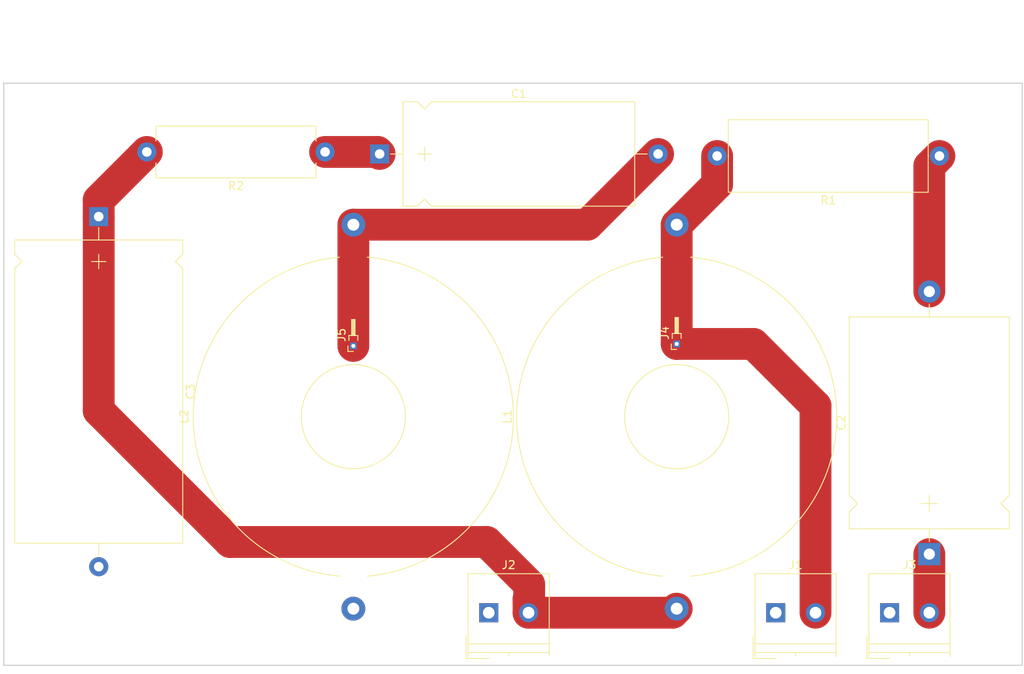
<source format=kicad_pcb>
(kicad_pcb (version 20171130) (host pcbnew 5.0.2-bee76a0~70~ubuntu18.04.1)

  (general
    (thickness 1.6)
    (drawings 6)
    (tracks 25)
    (zones 0)
    (modules 12)
    (nets 8)
  )

  (page A4)
  (layers
    (0 F.Cu signal)
    (31 B.Cu signal)
    (32 B.Adhes user)
    (33 F.Adhes user)
    (34 B.Paste user)
    (35 F.Paste user)
    (36 B.SilkS user)
    (37 F.SilkS user)
    (38 B.Mask user)
    (39 F.Mask user)
    (40 Dwgs.User user)
    (41 Cmts.User user)
    (42 Eco1.User user)
    (43 Eco2.User user)
    (44 Edge.Cuts user)
    (45 Margin user)
    (46 B.CrtYd user)
    (47 F.CrtYd user)
    (48 B.Fab user)
    (49 F.Fab user)
  )

  (setup
    (last_trace_width 1)
    (user_trace_width 1)
    (user_trace_width 2)
    (user_trace_width 3)
    (user_trace_width 4)
    (user_trace_width 5)
    (user_trace_width 6)
    (trace_clearance 0.2)
    (zone_clearance 0.508)
    (zone_45_only no)
    (trace_min 0.2)
    (segment_width 0.2)
    (edge_width 0.15)
    (via_size 0.6)
    (via_drill 0.4)
    (via_min_size 0.4)
    (via_min_drill 0.3)
    (uvia_size 0.3)
    (uvia_drill 0.1)
    (uvias_allowed no)
    (uvia_min_size 0.2)
    (uvia_min_drill 0.1)
    (pcb_text_width 0.3)
    (pcb_text_size 1.5 1.5)
    (mod_edge_width 0.15)
    (mod_text_size 1 1)
    (mod_text_width 0.15)
    (pad_size 3 3)
    (pad_drill 1.5)
    (pad_to_mask_clearance 0.2)
    (solder_mask_min_width 0.25)
    (aux_axis_origin 0 0)
    (visible_elements FFFFFF7F)
    (pcbplotparams
      (layerselection 0x01030_ffffffff)
      (usegerberextensions false)
      (usegerberattributes false)
      (usegerberadvancedattributes false)
      (creategerberjobfile false)
      (excludeedgelayer true)
      (linewidth 0.100000)
      (plotframeref false)
      (viasonmask false)
      (mode 1)
      (useauxorigin false)
      (hpglpennumber 1)
      (hpglpenspeed 20)
      (hpglpendiameter 15.000000)
      (psnegative false)
      (psa4output false)
      (plotreference true)
      (plotvalue true)
      (plotinvisibletext false)
      (padsonsilk false)
      (subtractmaskfromsilk false)
      (outputformat 1)
      (mirror false)
      (drillshape 0)
      (scaleselection 1)
      (outputdirectory ""))
  )

  (net 0 "")
  (net 1 "Net-(C1-Pad1)")
  (net 2 "Net-(C2-Pad1)")
  (net 3 "Net-(C2-Pad2)")
  (net 4 "Net-(C3-Pad1)")
  (net 5 "Net-(J1-Pad2)")
  (net 6 "Net-(C1-Pad2)")
  (net 7 GND)

  (net_class Default "This is the default net class."
    (clearance 0.2)
    (trace_width 0.25)
    (via_dia 0.6)
    (via_drill 0.4)
    (uvia_dia 0.3)
    (uvia_drill 0.1)
    (add_net GND)
    (add_net "Net-(C1-Pad1)")
    (add_net "Net-(C1-Pad2)")
    (add_net "Net-(C2-Pad1)")
    (add_net "Net-(C2-Pad2)")
    (add_net "Net-(C3-Pad1)")
    (add_net "Net-(J1-Pad2)")
  )

  (module Capacitors_THT:CP_Axial_L29.0mm_D13.0mm_P35.00mm_Horizontal (layer F.Cu) (tedit 597BC7C3) (tstamp 5C5C9BB1)
    (at 176.784 43.688)
    (descr "CP, Axial series, Axial, Horizontal, pin pitch=35mm, , length*diameter=29*13mm^2, Electrolytic Capacitor, , http://www.kemet.com/Lists/ProductCatalog/Attachments/424/KEM_AC102.pdf")
    (tags "CP Axial series Axial Horizontal pin pitch 35mm  length 29mm diameter 13mm Electrolytic Capacitor")
    (path /5C5C9D1E)
    (fp_text reference C1 (at 17.5 -7.56) (layer F.SilkS)
      (effects (font (size 1 1) (thickness 0.15)))
    )
    (fp_text value 33uF (at 17.5 7.56) (layer F.Fab)
      (effects (font (size 1 1) (thickness 0.15)))
    )
    (fp_line (start 3 -6.5) (end 3 6.5) (layer F.Fab) (width 0.1))
    (fp_line (start 32 -6.5) (end 32 6.5) (layer F.Fab) (width 0.1))
    (fp_line (start 3 -6.5) (end 4.74 -6.5) (layer F.Fab) (width 0.1))
    (fp_line (start 4.74 -6.5) (end 5.64 -5.6) (layer F.Fab) (width 0.1))
    (fp_line (start 5.64 -5.6) (end 6.54 -6.5) (layer F.Fab) (width 0.1))
    (fp_line (start 6.54 -6.5) (end 32 -6.5) (layer F.Fab) (width 0.1))
    (fp_line (start 3 6.5) (end 4.74 6.5) (layer F.Fab) (width 0.1))
    (fp_line (start 4.74 6.5) (end 5.64 5.6) (layer F.Fab) (width 0.1))
    (fp_line (start 5.64 5.6) (end 6.54 6.5) (layer F.Fab) (width 0.1))
    (fp_line (start 6.54 6.5) (end 32 6.5) (layer F.Fab) (width 0.1))
    (fp_line (start 0 0) (end 3 0) (layer F.Fab) (width 0.1))
    (fp_line (start 35 0) (end 32 0) (layer F.Fab) (width 0.1))
    (fp_line (start 4.75 0) (end 6.55 0) (layer F.Fab) (width 0.1))
    (fp_line (start 5.65 -0.9) (end 5.65 0.9) (layer F.Fab) (width 0.1))
    (fp_line (start 4.75 0) (end 6.55 0) (layer F.SilkS) (width 0.12))
    (fp_line (start 5.65 -0.9) (end 5.65 0.9) (layer F.SilkS) (width 0.12))
    (fp_line (start 2.94 -6.56) (end 2.94 6.56) (layer F.SilkS) (width 0.12))
    (fp_line (start 32.06 -6.56) (end 32.06 6.56) (layer F.SilkS) (width 0.12))
    (fp_line (start 2.94 -6.56) (end 4.74 -6.56) (layer F.SilkS) (width 0.12))
    (fp_line (start 4.74 -6.56) (end 5.64 -5.66) (layer F.SilkS) (width 0.12))
    (fp_line (start 5.64 -5.66) (end 6.54 -6.56) (layer F.SilkS) (width 0.12))
    (fp_line (start 6.54 -6.56) (end 32.06 -6.56) (layer F.SilkS) (width 0.12))
    (fp_line (start 2.94 6.56) (end 4.74 6.56) (layer F.SilkS) (width 0.12))
    (fp_line (start 4.74 6.56) (end 5.64 5.66) (layer F.SilkS) (width 0.12))
    (fp_line (start 5.64 5.66) (end 6.54 6.56) (layer F.SilkS) (width 0.12))
    (fp_line (start 6.54 6.56) (end 32.06 6.56) (layer F.SilkS) (width 0.12))
    (fp_line (start 1.38 0) (end 2.94 0) (layer F.SilkS) (width 0.12))
    (fp_line (start 33.62 0) (end 32.06 0) (layer F.SilkS) (width 0.12))
    (fp_line (start -1.45 -6.85) (end -1.45 6.85) (layer F.CrtYd) (width 0.05))
    (fp_line (start -1.45 6.85) (end 36.45 6.85) (layer F.CrtYd) (width 0.05))
    (fp_line (start 36.45 6.85) (end 36.45 -6.85) (layer F.CrtYd) (width 0.05))
    (fp_line (start 36.45 -6.85) (end -1.45 -6.85) (layer F.CrtYd) (width 0.05))
    (fp_text user %R (at 17.5 0) (layer F.Fab)
      (effects (font (size 1 1) (thickness 0.15)))
    )
    (pad 1 thru_hole rect (at 0 0) (size 2.4 2.4) (drill 1.2) (layers *.Cu *.Mask)
      (net 1 "Net-(C1-Pad1)"))
    (pad 2 thru_hole oval (at 35 0) (size 2.4 2.4) (drill 1.2) (layers *.Cu *.Mask)
      (net 6 "Net-(C1-Pad2)"))
    (model ${KISYS3DMOD}/Capacitors_THT.3dshapes/CP_Axial_L29.0mm_D13.0mm_P35.00mm_Horizontal.wrl
      (at (xyz 0 0 0))
      (scale (xyz 1 1 1))
      (rotate (xyz 0 0 0))
    )
  )

  (module Capacitors_THT:CP_Axial_L26.5mm_D20.0mm_P33.00mm_Horizontal (layer F.Cu) (tedit 597BC7C3) (tstamp 5C5C9BB7)
    (at 245.872 93.98 90)
    (descr "CP, Axial series, Axial, Horizontal, pin pitch=33mm, , length*diameter=26.5*20mm^2, Electrolytic Capacitor, , http://www.kemet.com/Lists/ProductCatalog/Attachments/424/KEM_AC102.pdf")
    (tags "CP Axial series Axial Horizontal pin pitch 33mm  length 26.5mm diameter 20mm Electrolytic Capacitor")
    (path /5C5CA0B5)
    (fp_text reference C2 (at 16.5 -11.06 90) (layer F.SilkS)
      (effects (font (size 1 1) (thickness 0.15)))
    )
    (fp_text value 6.8uF (at 16.5 11.06 90) (layer F.Fab)
      (effects (font (size 1 1) (thickness 0.15)))
    )
    (fp_line (start 3.25 -10) (end 3.25 10) (layer F.Fab) (width 0.1))
    (fp_line (start 29.75 -10) (end 29.75 10) (layer F.Fab) (width 0.1))
    (fp_line (start 3.25 -10) (end 5.29 -10) (layer F.Fab) (width 0.1))
    (fp_line (start 5.29 -10) (end 6.34 -8.95) (layer F.Fab) (width 0.1))
    (fp_line (start 6.34 -8.95) (end 7.39 -10) (layer F.Fab) (width 0.1))
    (fp_line (start 7.39 -10) (end 29.75 -10) (layer F.Fab) (width 0.1))
    (fp_line (start 3.25 10) (end 5.29 10) (layer F.Fab) (width 0.1))
    (fp_line (start 5.29 10) (end 6.34 8.95) (layer F.Fab) (width 0.1))
    (fp_line (start 6.34 8.95) (end 7.39 10) (layer F.Fab) (width 0.1))
    (fp_line (start 7.39 10) (end 29.75 10) (layer F.Fab) (width 0.1))
    (fp_line (start 0 0) (end 3.25 0) (layer F.Fab) (width 0.1))
    (fp_line (start 33 0) (end 29.75 0) (layer F.Fab) (width 0.1))
    (fp_line (start 5.3 0) (end 7.4 0) (layer F.Fab) (width 0.1))
    (fp_line (start 6.35 -1.05) (end 6.35 1.05) (layer F.Fab) (width 0.1))
    (fp_line (start 5.3 0) (end 7.4 0) (layer F.SilkS) (width 0.12))
    (fp_line (start 6.35 -1.05) (end 6.35 1.05) (layer F.SilkS) (width 0.12))
    (fp_line (start 3.19 -10.06) (end 3.19 10.06) (layer F.SilkS) (width 0.12))
    (fp_line (start 29.81 -10.06) (end 29.81 10.06) (layer F.SilkS) (width 0.12))
    (fp_line (start 3.19 -10.06) (end 5.29 -10.06) (layer F.SilkS) (width 0.12))
    (fp_line (start 5.29 -10.06) (end 6.34 -9.01) (layer F.SilkS) (width 0.12))
    (fp_line (start 6.34 -9.01) (end 7.39 -10.06) (layer F.SilkS) (width 0.12))
    (fp_line (start 7.39 -10.06) (end 29.81 -10.06) (layer F.SilkS) (width 0.12))
    (fp_line (start 3.19 10.06) (end 5.29 10.06) (layer F.SilkS) (width 0.12))
    (fp_line (start 5.29 10.06) (end 6.34 9.01) (layer F.SilkS) (width 0.12))
    (fp_line (start 6.34 9.01) (end 7.39 10.06) (layer F.SilkS) (width 0.12))
    (fp_line (start 7.39 10.06) (end 29.81 10.06) (layer F.SilkS) (width 0.12))
    (fp_line (start 1.58 0) (end 3.19 0) (layer F.SilkS) (width 0.12))
    (fp_line (start 31.42 0) (end 29.81 0) (layer F.SilkS) (width 0.12))
    (fp_line (start -1.65 -10.35) (end -1.65 10.35) (layer F.CrtYd) (width 0.05))
    (fp_line (start -1.65 10.35) (end 34.65 10.35) (layer F.CrtYd) (width 0.05))
    (fp_line (start 34.65 10.35) (end 34.65 -10.35) (layer F.CrtYd) (width 0.05))
    (fp_line (start 34.65 -10.35) (end -1.65 -10.35) (layer F.CrtYd) (width 0.05))
    (fp_text user %R (at 16.5 0 90) (layer F.Fab)
      (effects (font (size 1 1) (thickness 0.15)))
    )
    (pad 1 thru_hole rect (at 0 0 90) (size 2.8 2.8) (drill 1.4) (layers *.Cu *.Mask)
      (net 2 "Net-(C2-Pad1)"))
    (pad 2 thru_hole oval (at 33 0 90) (size 2.8 2.8) (drill 1.4) (layers *.Cu *.Mask)
      (net 3 "Net-(C2-Pad2)"))
    (model ${KISYS3DMOD}/Capacitors_THT.3dshapes/CP_Axial_L26.5mm_D20.0mm_P33.00mm_Horizontal.wrl
      (at (xyz 0 0 0))
      (scale (xyz 1 1 1))
      (rotate (xyz 0 0 0))
    )
  )

  (module Capacitors_THT:CP_Axial_L38.0mm_D21.0mm_P44.00mm_Horizontal (layer F.Cu) (tedit 597BC7C3) (tstamp 5C5C9BBD)
    (at 141.478 51.562 270)
    (descr "CP, Axial series, Axial, Horizontal, pin pitch=44mm, , length*diameter=38*21mm^2, Electrolytic Capacitor, , http://www.vishay.com/docs/28325/021asm.pdf")
    (tags "CP Axial series Axial Horizontal pin pitch 44mm  length 38mm diameter 21mm Electrolytic Capacitor")
    (path /5C5C9EED)
    (fp_text reference C3 (at 22 -11.56 270) (layer F.SilkS)
      (effects (font (size 1 1) (thickness 0.15)))
    )
    (fp_text value 12uF (at 22 11.56 270) (layer F.Fab)
      (effects (font (size 1 1) (thickness 0.15)))
    )
    (fp_line (start 3 -10.5) (end 3 10.5) (layer F.Fab) (width 0.1))
    (fp_line (start 41 -10.5) (end 41 10.5) (layer F.Fab) (width 0.1))
    (fp_line (start 3 -10.5) (end 4.74 -10.5) (layer F.Fab) (width 0.1))
    (fp_line (start 4.74 -10.5) (end 5.64 -9.6) (layer F.Fab) (width 0.1))
    (fp_line (start 5.64 -9.6) (end 6.54 -10.5) (layer F.Fab) (width 0.1))
    (fp_line (start 6.54 -10.5) (end 41 -10.5) (layer F.Fab) (width 0.1))
    (fp_line (start 3 10.5) (end 4.74 10.5) (layer F.Fab) (width 0.1))
    (fp_line (start 4.74 10.5) (end 5.64 9.6) (layer F.Fab) (width 0.1))
    (fp_line (start 5.64 9.6) (end 6.54 10.5) (layer F.Fab) (width 0.1))
    (fp_line (start 6.54 10.5) (end 41 10.5) (layer F.Fab) (width 0.1))
    (fp_line (start 0 0) (end 3 0) (layer F.Fab) (width 0.1))
    (fp_line (start 44 0) (end 41 0) (layer F.Fab) (width 0.1))
    (fp_line (start 4.75 0) (end 6.55 0) (layer F.Fab) (width 0.1))
    (fp_line (start 5.65 -0.9) (end 5.65 0.9) (layer F.Fab) (width 0.1))
    (fp_line (start 4.75 0) (end 6.55 0) (layer F.SilkS) (width 0.12))
    (fp_line (start 5.65 -0.9) (end 5.65 0.9) (layer F.SilkS) (width 0.12))
    (fp_line (start 2.94 -10.56) (end 2.94 10.56) (layer F.SilkS) (width 0.12))
    (fp_line (start 41.06 -10.56) (end 41.06 10.56) (layer F.SilkS) (width 0.12))
    (fp_line (start 2.94 -10.56) (end 4.74 -10.56) (layer F.SilkS) (width 0.12))
    (fp_line (start 4.74 -10.56) (end 5.64 -9.66) (layer F.SilkS) (width 0.12))
    (fp_line (start 5.64 -9.66) (end 6.54 -10.56) (layer F.SilkS) (width 0.12))
    (fp_line (start 6.54 -10.56) (end 41.06 -10.56) (layer F.SilkS) (width 0.12))
    (fp_line (start 2.94 10.56) (end 4.74 10.56) (layer F.SilkS) (width 0.12))
    (fp_line (start 4.74 10.56) (end 5.64 9.66) (layer F.SilkS) (width 0.12))
    (fp_line (start 5.64 9.66) (end 6.54 10.56) (layer F.SilkS) (width 0.12))
    (fp_line (start 6.54 10.56) (end 41.06 10.56) (layer F.SilkS) (width 0.12))
    (fp_line (start 1.38 0) (end 2.94 0) (layer F.SilkS) (width 0.12))
    (fp_line (start 42.62 0) (end 41.06 0) (layer F.SilkS) (width 0.12))
    (fp_line (start -1.45 -10.85) (end -1.45 10.85) (layer F.CrtYd) (width 0.05))
    (fp_line (start -1.45 10.85) (end 45.45 10.85) (layer F.CrtYd) (width 0.05))
    (fp_line (start 45.45 10.85) (end 45.45 -10.85) (layer F.CrtYd) (width 0.05))
    (fp_line (start 45.45 -10.85) (end -1.45 -10.85) (layer F.CrtYd) (width 0.05))
    (fp_text user %R (at 22 0 270) (layer F.Fab)
      (effects (font (size 1 1) (thickness 0.15)))
    )
    (pad 1 thru_hole rect (at 0 0 270) (size 2.4 2.4) (drill 1.2) (layers *.Cu *.Mask)
      (net 4 "Net-(C3-Pad1)"))
    (pad 2 thru_hole oval (at 44 0 270) (size 2.4 2.4) (drill 1.2) (layers *.Cu *.Mask)
      (net 7 GND))
    (model ${KISYS3DMOD}/Capacitors_THT.3dshapes/CP_Axial_L38.0mm_D21.0mm_P44.00mm_Horizontal.wrl
      (at (xyz 0 0 0))
      (scale (xyz 1 1 1))
      (rotate (xyz 0 0 0))
    )
  )

  (module Resistors_THT:R_Axial_Power_L25.0mm_W9.0mm_P27.94mm (layer F.Cu) (tedit 5874F706) (tstamp 5C5C9BE7)
    (at 247.142 43.942 180)
    (descr "Resistor, Axial_Power series, Axial, Horizontal, pin pitch=27.94mm, 7W, length*diameter=25*9mm^2, http://cdn-reichelt.de/documents/datenblatt/B400/5WAXIAL_9WAXIAL_11WAXIAL_17WAXIAL%23YAG.pdf")
    (tags "Resistor Axial_Power series Axial Horizontal pin pitch 27.94mm 7W length 25mm diameter 9mm")
    (path /5C5CA03C)
    (fp_text reference R1 (at 13.97 -5.56 180) (layer F.SilkS)
      (effects (font (size 1 1) (thickness 0.15)))
    )
    (fp_text value 10R (at 13.97 5.56 180) (layer F.Fab)
      (effects (font (size 1 1) (thickness 0.15)))
    )
    (fp_line (start 1.47 -4.5) (end 1.47 4.5) (layer F.Fab) (width 0.1))
    (fp_line (start 1.47 4.5) (end 26.47 4.5) (layer F.Fab) (width 0.1))
    (fp_line (start 26.47 4.5) (end 26.47 -4.5) (layer F.Fab) (width 0.1))
    (fp_line (start 26.47 -4.5) (end 1.47 -4.5) (layer F.Fab) (width 0.1))
    (fp_line (start 0 0) (end 1.47 0) (layer F.Fab) (width 0.1))
    (fp_line (start 27.94 0) (end 26.47 0) (layer F.Fab) (width 0.1))
    (fp_line (start 1.41 -4.56) (end 1.41 4.56) (layer F.SilkS) (width 0.12))
    (fp_line (start 1.41 4.56) (end 26.53 4.56) (layer F.SilkS) (width 0.12))
    (fp_line (start 26.53 4.56) (end 26.53 -4.56) (layer F.SilkS) (width 0.12))
    (fp_line (start 26.53 -4.56) (end 1.41 -4.56) (layer F.SilkS) (width 0.12))
    (fp_line (start 1.38 0) (end 1.41 0) (layer F.SilkS) (width 0.12))
    (fp_line (start 26.56 0) (end 26.53 0) (layer F.SilkS) (width 0.12))
    (fp_line (start -1.45 -4.85) (end -1.45 4.85) (layer F.CrtYd) (width 0.05))
    (fp_line (start -1.45 4.85) (end 29.4 4.85) (layer F.CrtYd) (width 0.05))
    (fp_line (start 29.4 4.85) (end 29.4 -4.85) (layer F.CrtYd) (width 0.05))
    (fp_line (start 29.4 -4.85) (end -1.45 -4.85) (layer F.CrtYd) (width 0.05))
    (pad 1 thru_hole circle (at 0 0 180) (size 2.4 2.4) (drill 1.2) (layers *.Cu *.Mask)
      (net 3 "Net-(C2-Pad2)"))
    (pad 2 thru_hole oval (at 27.94 0 180) (size 2.4 2.4) (drill 1.2) (layers *.Cu *.Mask)
      (net 5 "Net-(J1-Pad2)"))
    (model ${KISYS3DMOD}/Resistors_THT.3dshapes/R_Axial_Power_L25.0mm_W9.0mm_P27.94mm.wrl
      (at (xyz 0 0 0))
      (scale (xyz 0.393701 0.393701 0.393701))
      (rotate (xyz 0 0 0))
    )
  )

  (module Resistors_THT:R_Axial_Power_L20.0mm_W6.4mm_P22.40mm (layer F.Cu) (tedit 5874F706) (tstamp 5C5C9BED)
    (at 169.926 43.434 180)
    (descr "Resistor, Axial_Power series, Axial, Horizontal, pin pitch=22.4mm, 4W, length*diameter=20*6.4mm^2, http://cdn-reichelt.de/documents/datenblatt/B400/5WAXIAL_9WAXIAL_11WAXIAL_17WAXIAL%23YAG.pdf")
    (tags "Resistor Axial_Power series Axial Horizontal pin pitch 22.4mm 4W length 20mm diameter 6.4mm")
    (path /5C5C9DD1)
    (fp_text reference R2 (at 11.2 -4.26 180) (layer F.SilkS)
      (effects (font (size 1 1) (thickness 0.15)))
    )
    (fp_text value 8.2 (at 11.2 4.26 180) (layer F.Fab)
      (effects (font (size 1 1) (thickness 0.15)))
    )
    (fp_line (start 1.2 -3.2) (end 1.2 3.2) (layer F.Fab) (width 0.1))
    (fp_line (start 1.2 3.2) (end 21.2 3.2) (layer F.Fab) (width 0.1))
    (fp_line (start 21.2 3.2) (end 21.2 -3.2) (layer F.Fab) (width 0.1))
    (fp_line (start 21.2 -3.2) (end 1.2 -3.2) (layer F.Fab) (width 0.1))
    (fp_line (start 0 0) (end 1.2 0) (layer F.Fab) (width 0.1))
    (fp_line (start 22.4 0) (end 21.2 0) (layer F.Fab) (width 0.1))
    (fp_line (start 1.14 -1.38) (end 1.14 -3.26) (layer F.SilkS) (width 0.12))
    (fp_line (start 1.14 -3.26) (end 21.26 -3.26) (layer F.SilkS) (width 0.12))
    (fp_line (start 21.26 -3.26) (end 21.26 -1.38) (layer F.SilkS) (width 0.12))
    (fp_line (start 1.14 1.38) (end 1.14 3.26) (layer F.SilkS) (width 0.12))
    (fp_line (start 1.14 3.26) (end 21.26 3.26) (layer F.SilkS) (width 0.12))
    (fp_line (start 21.26 3.26) (end 21.26 1.38) (layer F.SilkS) (width 0.12))
    (fp_line (start -1.45 -3.55) (end -1.45 3.55) (layer F.CrtYd) (width 0.05))
    (fp_line (start -1.45 3.55) (end 23.85 3.55) (layer F.CrtYd) (width 0.05))
    (fp_line (start 23.85 3.55) (end 23.85 -3.55) (layer F.CrtYd) (width 0.05))
    (fp_line (start 23.85 -3.55) (end -1.45 -3.55) (layer F.CrtYd) (width 0.05))
    (pad 1 thru_hole circle (at 0 0 180) (size 2.4 2.4) (drill 1.2) (layers *.Cu *.Mask)
      (net 1 "Net-(C1-Pad1)"))
    (pad 2 thru_hole oval (at 22.4 0 180) (size 2.4 2.4) (drill 1.2) (layers *.Cu *.Mask)
      (net 4 "Net-(C3-Pad1)"))
    (model ${KISYS3DMOD}/Resistors_THT.3dshapes/R_Axial_Power_L20.0mm_W6.4mm_P22.40mm.wrl
      (at (xyz 0 0 0))
      (scale (xyz 0.393701 0.393701 0.393701))
      (rotate (xyz 0 0 0))
    )
  )

  (module Connectors_Terminal_Blocks:TerminalBlock_Philmore_TB132_02x5mm_Straight (layer F.Cu) (tedit 59661312) (tstamp 5C5CAC1D)
    (at 226.568 101.346)
    (descr "2-way 5.0mm pitch terminal block, http://www.philmore-datak.com/mc/Page%20197.pdf")
    (tags "screw terminal block")
    (path /5C5C9854)
    (fp_text reference J1 (at 2.5 -6) (layer F.SilkS)
      (effects (font (size 1 1) (thickness 0.15)))
    )
    (fp_text value Terminal (at 2.5 6.9) (layer F.Fab)
      (effects (font (size 1 1) (thickness 0.15)))
    )
    (fp_line (start -3 -5.3) (end -3 5.9) (layer F.CrtYd) (width 0.05))
    (fp_line (start -3 5.9) (end 8 5.9) (layer F.CrtYd) (width 0.05))
    (fp_line (start 8 5.9) (end 8 -5.3) (layer F.CrtYd) (width 0.05))
    (fp_line (start 8 -5.3) (end -3 -5.3) (layer F.CrtYd) (width 0.05))
    (fp_line (start -2.5 3.9) (end 7.5 3.9) (layer F.Fab) (width 0.1))
    (fp_line (start -2.5 5) (end 7.5 5) (layer F.Fab) (width 0.1))
    (fp_line (start -2.5 5.4) (end -2.5 -4.8) (layer F.Fab) (width 0.1))
    (fp_line (start -2.5 -4.8) (end 7.5 -4.8) (layer F.Fab) (width 0.1))
    (fp_line (start 7.5 -4.8) (end 7.5 5.4) (layer F.Fab) (width 0.1))
    (fp_line (start 2.5 5) (end 2.5 5.4) (layer F.Fab) (width 0.1))
    (fp_line (start -2.84 2.9) (end -2.84 5.74) (layer F.Fab) (width 0.1))
    (fp_line (start -2.84 5.74) (end 0 5.74) (layer F.Fab) (width 0.1))
    (fp_line (start -2.6 3.9) (end 7.6 3.9) (layer F.SilkS) (width 0.12))
    (fp_line (start -2.6 5) (end 7.6 5) (layer F.SilkS) (width 0.12))
    (fp_line (start -2.6 5.5) (end -2.6 -4.9) (layer F.SilkS) (width 0.12))
    (fp_line (start -2.6 -4.9) (end 7.6 -4.9) (layer F.SilkS) (width 0.12))
    (fp_line (start 7.6 -4.9) (end 7.6 5.5) (layer F.SilkS) (width 0.12))
    (fp_line (start 2.5 5) (end 2.5 5.4) (layer F.SilkS) (width 0.12))
    (fp_line (start -2.84 2.9) (end -2.84 5.74) (layer F.SilkS) (width 0.12))
    (fp_line (start -2.84 5.74) (end 0 5.74) (layer F.SilkS) (width 0.12))
    (fp_text user %R (at 2.5 0.3) (layer F.Fab)
      (effects (font (size 1 1) (thickness 0.15)))
    )
    (pad 1 thru_hole rect (at 0 0) (size 2.4 2.4) (drill 1.47) (layers *.Cu *.Mask)
      (net 7 GND))
    (pad 2 thru_hole circle (at 5 0) (size 2.4 2.4) (drill 1.47) (layers *.Cu *.Mask)
      (net 5 "Net-(J1-Pad2)"))
    (model ${KISYS3DMOD}/Connectors_Terminal_Blocks.3dshapes/TerminalBlock_Philmore_TB132_02x5mm_Straight.wrl
      (at (xyz 0 0 0))
      (scale (xyz 1 1 1))
      (rotate (xyz 0 0 0))
    )
  )

  (module Connectors_Terminal_Blocks:TerminalBlock_Philmore_TB132_02x5mm_Straight (layer F.Cu) (tedit 59661312) (tstamp 5C5CAC22)
    (at 190.5 101.346)
    (descr "2-way 5.0mm pitch terminal block, http://www.philmore-datak.com/mc/Page%20197.pdf")
    (tags "screw terminal block")
    (path /5C5C98D7)
    (fp_text reference J2 (at 2.5 -6) (layer F.SilkS)
      (effects (font (size 1 1) (thickness 0.15)))
    )
    (fp_text value Woofer (at 2.5 6.9) (layer F.Fab)
      (effects (font (size 1 1) (thickness 0.15)))
    )
    (fp_line (start -3 -5.3) (end -3 5.9) (layer F.CrtYd) (width 0.05))
    (fp_line (start -3 5.9) (end 8 5.9) (layer F.CrtYd) (width 0.05))
    (fp_line (start 8 5.9) (end 8 -5.3) (layer F.CrtYd) (width 0.05))
    (fp_line (start 8 -5.3) (end -3 -5.3) (layer F.CrtYd) (width 0.05))
    (fp_line (start -2.5 3.9) (end 7.5 3.9) (layer F.Fab) (width 0.1))
    (fp_line (start -2.5 5) (end 7.5 5) (layer F.Fab) (width 0.1))
    (fp_line (start -2.5 5.4) (end -2.5 -4.8) (layer F.Fab) (width 0.1))
    (fp_line (start -2.5 -4.8) (end 7.5 -4.8) (layer F.Fab) (width 0.1))
    (fp_line (start 7.5 -4.8) (end 7.5 5.4) (layer F.Fab) (width 0.1))
    (fp_line (start 2.5 5) (end 2.5 5.4) (layer F.Fab) (width 0.1))
    (fp_line (start -2.84 2.9) (end -2.84 5.74) (layer F.Fab) (width 0.1))
    (fp_line (start -2.84 5.74) (end 0 5.74) (layer F.Fab) (width 0.1))
    (fp_line (start -2.6 3.9) (end 7.6 3.9) (layer F.SilkS) (width 0.12))
    (fp_line (start -2.6 5) (end 7.6 5) (layer F.SilkS) (width 0.12))
    (fp_line (start -2.6 5.5) (end -2.6 -4.9) (layer F.SilkS) (width 0.12))
    (fp_line (start -2.6 -4.9) (end 7.6 -4.9) (layer F.SilkS) (width 0.12))
    (fp_line (start 7.6 -4.9) (end 7.6 5.5) (layer F.SilkS) (width 0.12))
    (fp_line (start 2.5 5) (end 2.5 5.4) (layer F.SilkS) (width 0.12))
    (fp_line (start -2.84 2.9) (end -2.84 5.74) (layer F.SilkS) (width 0.12))
    (fp_line (start -2.84 5.74) (end 0 5.74) (layer F.SilkS) (width 0.12))
    (fp_text user %R (at 2.5 0.3) (layer F.Fab)
      (effects (font (size 1 1) (thickness 0.15)))
    )
    (pad 1 thru_hole rect (at 0 0) (size 2.4 2.4) (drill 1.47) (layers *.Cu *.Mask)
      (net 7 GND))
    (pad 2 thru_hole circle (at 5 0) (size 2.4 2.4) (drill 1.47) (layers *.Cu *.Mask)
      (net 4 "Net-(C3-Pad1)"))
    (model ${KISYS3DMOD}/Connectors_Terminal_Blocks.3dshapes/TerminalBlock_Philmore_TB132_02x5mm_Straight.wrl
      (at (xyz 0 0 0))
      (scale (xyz 1 1 1))
      (rotate (xyz 0 0 0))
    )
  )

  (module Connectors_Terminal_Blocks:TerminalBlock_Philmore_TB132_02x5mm_Straight (layer F.Cu) (tedit 59661312) (tstamp 5C5CAC27)
    (at 240.872 101.346)
    (descr "2-way 5.0mm pitch terminal block, http://www.philmore-datak.com/mc/Page%20197.pdf")
    (tags "screw terminal block")
    (path /5C5C99CE)
    (fp_text reference J3 (at 2.5 -6) (layer F.SilkS)
      (effects (font (size 1 1) (thickness 0.15)))
    )
    (fp_text value Tweeter (at 2.5 6.9) (layer F.Fab)
      (effects (font (size 1 1) (thickness 0.15)))
    )
    (fp_line (start -3 -5.3) (end -3 5.9) (layer F.CrtYd) (width 0.05))
    (fp_line (start -3 5.9) (end 8 5.9) (layer F.CrtYd) (width 0.05))
    (fp_line (start 8 5.9) (end 8 -5.3) (layer F.CrtYd) (width 0.05))
    (fp_line (start 8 -5.3) (end -3 -5.3) (layer F.CrtYd) (width 0.05))
    (fp_line (start -2.5 3.9) (end 7.5 3.9) (layer F.Fab) (width 0.1))
    (fp_line (start -2.5 5) (end 7.5 5) (layer F.Fab) (width 0.1))
    (fp_line (start -2.5 5.4) (end -2.5 -4.8) (layer F.Fab) (width 0.1))
    (fp_line (start -2.5 -4.8) (end 7.5 -4.8) (layer F.Fab) (width 0.1))
    (fp_line (start 7.5 -4.8) (end 7.5 5.4) (layer F.Fab) (width 0.1))
    (fp_line (start 2.5 5) (end 2.5 5.4) (layer F.Fab) (width 0.1))
    (fp_line (start -2.84 2.9) (end -2.84 5.74) (layer F.Fab) (width 0.1))
    (fp_line (start -2.84 5.74) (end 0 5.74) (layer F.Fab) (width 0.1))
    (fp_line (start -2.6 3.9) (end 7.6 3.9) (layer F.SilkS) (width 0.12))
    (fp_line (start -2.6 5) (end 7.6 5) (layer F.SilkS) (width 0.12))
    (fp_line (start -2.6 5.5) (end -2.6 -4.9) (layer F.SilkS) (width 0.12))
    (fp_line (start -2.6 -4.9) (end 7.6 -4.9) (layer F.SilkS) (width 0.12))
    (fp_line (start 7.6 -4.9) (end 7.6 5.5) (layer F.SilkS) (width 0.12))
    (fp_line (start 2.5 5) (end 2.5 5.4) (layer F.SilkS) (width 0.12))
    (fp_line (start -2.84 2.9) (end -2.84 5.74) (layer F.SilkS) (width 0.12))
    (fp_line (start -2.84 5.74) (end 0 5.74) (layer F.SilkS) (width 0.12))
    (fp_text user %R (at 2.5 0.3) (layer F.Fab)
      (effects (font (size 1 1) (thickness 0.15)))
    )
    (pad 1 thru_hole rect (at 0 0) (size 2.4 2.4) (drill 1.47) (layers *.Cu *.Mask)
      (net 7 GND))
    (pad 2 thru_hole circle (at 5 0) (size 2.4 2.4) (drill 1.47) (layers *.Cu *.Mask)
      (net 2 "Net-(C2-Pad1)"))
    (model ${KISYS3DMOD}/Connectors_Terminal_Blocks.3dshapes/TerminalBlock_Philmore_TB132_02x5mm_Straight.wrl
      (at (xyz 0 0 0))
      (scale (xyz 1 1 1))
      (rotate (xyz 0 0 0))
    )
  )

  (module Connector_PinHeader_1.00mm:PinHeader_1x01_P1.00mm_Horizontal (layer F.Cu) (tedit 59FED737) (tstamp 5C6C8D63)
    (at 214.122 67.564 90)
    (descr "Through hole angled pin header, 1x01, 1.00mm pitch, 2.0mm pin length, single row")
    (tags "Through hole angled pin header THT 1x01 1.00mm single row")
    (path /5C5FF782)
    (fp_text reference J4 (at 1.375 -1.5 90) (layer F.SilkS)
      (effects (font (size 1 1) (thickness 0.15)))
    )
    (fp_text value Conn_01x01_Female (at 1.375 1.5 90) (layer F.Fab)
      (effects (font (size 1 1) (thickness 0.15)))
    )
    (fp_text user %R (at 0.75 0 180) (layer F.Fab)
      (effects (font (size 0.6 0.6) (thickness 0.09)))
    )
    (fp_line (start 3.75 -1) (end -1 -1) (layer F.CrtYd) (width 0.05))
    (fp_line (start 3.75 1) (end 3.75 -1) (layer F.CrtYd) (width 0.05))
    (fp_line (start -1 1) (end 3.75 1) (layer F.CrtYd) (width 0.05))
    (fp_line (start -1 -1) (end -1 1) (layer F.CrtYd) (width 0.05))
    (fp_line (start -0.685 -0.685) (end 0 -0.685) (layer F.SilkS) (width 0.12))
    (fp_line (start -0.685 0) (end -0.685 -0.685) (layer F.SilkS) (width 0.12))
    (fp_line (start 1.31 0.09) (end 3.31 0.09) (layer F.SilkS) (width 0.12))
    (fp_line (start 1.31 -0.03) (end 3.31 -0.03) (layer F.SilkS) (width 0.12))
    (fp_line (start 1.31 -0.15) (end 3.31 -0.15) (layer F.SilkS) (width 0.12))
    (fp_line (start 3.31 0.21) (end 1.31 0.21) (layer F.SilkS) (width 0.12))
    (fp_line (start 3.31 -0.21) (end 3.31 0.21) (layer F.SilkS) (width 0.12))
    (fp_line (start 1.31 -0.21) (end 3.31 -0.21) (layer F.SilkS) (width 0.12))
    (fp_line (start 1.31 0.56) (end 0.685 0.56) (layer F.SilkS) (width 0.12))
    (fp_line (start 1.31 -0.56) (end 1.31 0.56) (layer F.SilkS) (width 0.12))
    (fp_line (start 0.685 -0.56) (end 1.31 -0.56) (layer F.SilkS) (width 0.12))
    (fp_line (start 1.25 0.15) (end 3.25 0.15) (layer F.Fab) (width 0.1))
    (fp_line (start 3.25 -0.15) (end 3.25 0.15) (layer F.Fab) (width 0.1))
    (fp_line (start 1.25 -0.15) (end 3.25 -0.15) (layer F.Fab) (width 0.1))
    (fp_line (start -0.15 0.15) (end 0.25 0.15) (layer F.Fab) (width 0.1))
    (fp_line (start -0.15 -0.15) (end -0.15 0.15) (layer F.Fab) (width 0.1))
    (fp_line (start -0.15 -0.15) (end 0.25 -0.15) (layer F.Fab) (width 0.1))
    (fp_line (start 0.25 -0.25) (end 0.5 -0.5) (layer F.Fab) (width 0.1))
    (fp_line (start 0.25 0.5) (end 0.25 -0.25) (layer F.Fab) (width 0.1))
    (fp_line (start 1.25 0.5) (end 0.25 0.5) (layer F.Fab) (width 0.1))
    (fp_line (start 1.25 -0.5) (end 1.25 0.5) (layer F.Fab) (width 0.1))
    (fp_line (start 0.5 -0.5) (end 1.25 -0.5) (layer F.Fab) (width 0.1))
    (pad 1 thru_hole rect (at 0 0 90) (size 0.85 0.85) (drill 0.5) (layers *.Cu *.Mask)
      (net 5 "Net-(J1-Pad2)"))
    (model ${KISYS3DMOD}/Connector_PinHeader_1.00mm.3dshapes/PinHeader_1x01_P1.00mm_Horizontal.wrl
      (at (xyz 0 0 0))
      (scale (xyz 1 1 1))
      (rotate (xyz 0 0 0))
    )
  )

  (module Connector_PinHeader_1.00mm:PinHeader_1x01_P1.00mm_Horizontal (layer F.Cu) (tedit 5C5FF7B6) (tstamp 5C6C93D2)
    (at 173.482 67.818 90)
    (descr "Through hole angled pin header, 1x01, 1.00mm pitch, 2.0mm pin length, single row")
    (tags "Through hole angled pin header THT 1x01 1.00mm single row")
    (path /5C5FF6F9)
    (fp_text reference J5 (at 1.375 -1.5 90) (layer F.SilkS)
      (effects (font (size 1 1) (thickness 0.15)))
    )
    (fp_text value Conn_01x01_Female (at 1.375 1.5 90) (layer F.Fab)
      (effects (font (size 1 1) (thickness 0.15)))
    )
    (fp_line (start 0.5 -0.5) (end 1.25 -0.5) (layer F.Fab) (width 0.1))
    (fp_line (start 1.25 -0.5) (end 1.25 0.5) (layer F.Fab) (width 0.1))
    (fp_line (start 1.25 0.5) (end 0.25 0.5) (layer F.Fab) (width 0.1))
    (fp_line (start 0.25 0.5) (end 0.25 -0.25) (layer F.Fab) (width 0.1))
    (fp_line (start 0.25 -0.25) (end 0.5 -0.5) (layer F.Fab) (width 0.1))
    (fp_line (start -0.15 -0.15) (end 0.25 -0.15) (layer F.Fab) (width 0.1))
    (fp_line (start -0.15 -0.15) (end -0.15 0.15) (layer F.Fab) (width 0.1))
    (fp_line (start -0.15 0.15) (end 0.25 0.15) (layer F.Fab) (width 0.1))
    (fp_line (start 1.25 -0.15) (end 3.25 -0.15) (layer F.Fab) (width 0.1))
    (fp_line (start 3.25 -0.15) (end 3.25 0.15) (layer F.Fab) (width 0.1))
    (fp_line (start 1.25 0.15) (end 3.25 0.15) (layer F.Fab) (width 0.1))
    (fp_line (start 0.685 -0.56) (end 1.31 -0.56) (layer F.SilkS) (width 0.12))
    (fp_line (start 1.31 -0.56) (end 1.31 0.56) (layer F.SilkS) (width 0.12))
    (fp_line (start 1.31 0.56) (end 0.685 0.56) (layer F.SilkS) (width 0.12))
    (fp_line (start 1.31 -0.21) (end 3.31 -0.21) (layer F.SilkS) (width 0.12))
    (fp_line (start 3.31 -0.21) (end 3.31 0.21) (layer F.SilkS) (width 0.12))
    (fp_line (start 3.31 0.21) (end 1.31 0.21) (layer F.SilkS) (width 0.12))
    (fp_line (start 1.31 -0.15) (end 3.31 -0.15) (layer F.SilkS) (width 0.12))
    (fp_line (start 1.31 -0.03) (end 3.31 -0.03) (layer F.SilkS) (width 0.12))
    (fp_line (start 1.31 0.09) (end 3.31 0.09) (layer F.SilkS) (width 0.12))
    (fp_line (start -0.685 0) (end -0.685 -0.685) (layer F.SilkS) (width 0.12))
    (fp_line (start -0.685 -0.685) (end 0 -0.685) (layer F.SilkS) (width 0.12))
    (fp_line (start -1 -1) (end -1 1) (layer F.CrtYd) (width 0.05))
    (fp_line (start -1 1) (end 3.75 1) (layer F.CrtYd) (width 0.05))
    (fp_line (start 3.75 1) (end 3.75 -1) (layer F.CrtYd) (width 0.05))
    (fp_line (start 3.75 -1) (end -1 -1) (layer F.CrtYd) (width 0.05))
    (fp_text user %R (at 0.75 0 180) (layer F.Fab)
      (effects (font (size 0.6 0.6) (thickness 0.09)))
    )
    (pad 1 thru_hole rect (at 0 0 90) (size 0.85 0.85) (drill 0.5) (layers *.Cu *.Mask)
      (net 6 "Net-(C1-Pad2)"))
    (model ${KISYS3DMOD}/Connector_PinHeader_1.00mm.3dshapes/PinHeader_1x01_P1.00mm_Horizontal.wrl
      (at (xyz 0 0 0))
      (scale (xyz 1 1 1))
      (rotate (xyz 0 0 0))
    )
  )

  (module Inductor_THT:L_Toroid_Horizontal_D40.0mm_P48.26mm (layer F.Cu) (tedit 5AE59B06) (tstamp 5C6C8349)
    (at 214.122 100.838 90)
    (descr "L_Toroid, Horizontal series, Radial, pin pitch=48.26mm, , diameter=40mm")
    (tags "L_Toroid Horizontal series Radial pin pitch 48.26mm  diameter 40mm")
    (path /5C5C9B3A)
    (fp_text reference L1 (at 24.13 -21.25 90) (layer F.SilkS)
      (effects (font (size 1 1) (thickness 0.15)))
    )
    (fp_text value 0.68mH (at 24.13 21.25 90) (layer F.Fab)
      (effects (font (size 1 1) (thickness 0.15)))
    )
    (fp_arc (start 24.13 0) (end 4.087126 -1.76) (angle 169.963258) (layer F.SilkS) (width 0.12))
    (fp_arc (start 24.13 0) (end 4.087126 1.76) (angle -169.963258) (layer F.SilkS) (width 0.12))
    (fp_circle (center 24.13 0) (end 44.13 0) (layer F.Fab) (width 0.1))
    (fp_circle (center 24.13 0) (end 30.796667 0) (layer F.Fab) (width 0.1))
    (fp_circle (center 24.13 0) (end 30.676667 0) (layer F.SilkS) (width 0.12))
    (fp_line (start 43.8476 0) (end 30.58008 1.72824) (layer F.Fab) (width 0.1))
    (fp_line (start 41.206095 9.858536) (end 28.851886 4.721667) (layer F.Fab) (width 0.1))
    (fp_line (start 33.989327 17.075638) (end 25.858539 6.45) (layer F.Fab) (width 0.1))
    (fp_line (start 24.130913 19.7176) (end 22.402059 6.45016) (layer F.Fab) (width 0.1))
    (fp_line (start 14.272255 17.076551) (end 19.408552 4.722104) (layer F.Fab) (width 0.1))
    (fp_line (start 7.054819 9.860118) (end 17.680081 1.728838) (layer F.Fab) (width 0.1))
    (fp_line (start 4.4124 0.001827) (end 17.67976 -1.727643) (layer F.Fab) (width 0.1))
    (fp_line (start 7.052992 -9.856954) (end 19.407677 -4.721229) (layer F.Fab) (width 0.1))
    (fp_line (start 14.269091 -17.074724) (end 22.400863 -6.449839) (layer F.Fab) (width 0.1))
    (fp_line (start 24.12726 -19.7176) (end 25.857344 -6.45032) (layer F.Fab) (width 0.1))
    (fp_line (start 33.986163 -17.077465) (end 28.851011 -4.722542) (layer F.Fab) (width 0.1))
    (fp_line (start 41.204268 -9.8617) (end 30.579759 -1.729435) (layer F.Fab) (width 0.1))
    (fp_line (start 43.8476 -0.003654) (end 30.5804 1.727045) (layer F.Fab) (width 0.1))
    (fp_line (start -1.75 -20.25) (end -1.75 20.25) (layer F.CrtYd) (width 0.05))
    (fp_line (start -1.75 20.25) (end 50.01 20.25) (layer F.CrtYd) (width 0.05))
    (fp_line (start 50.01 20.25) (end 50.01 -20.25) (layer F.CrtYd) (width 0.05))
    (fp_line (start 50.01 -20.25) (end -1.75 -20.25) (layer F.CrtYd) (width 0.05))
    (fp_text user %R (at 24.13 0 90) (layer F.Fab)
      (effects (font (size 1 1) (thickness 0.15)))
    )
    (pad 1 thru_hole circle (at 0 0 90) (size 3 3) (drill 1.5) (layers *.Cu *.Mask)
      (net 4 "Net-(C3-Pad1)"))
    (pad 2 thru_hole circle (at 48.26 0 90) (size 3 3) (drill 1.5) (layers *.Cu *.Mask)
      (net 5 "Net-(J1-Pad2)"))
    (model ${KISYS3DMOD}/Inductor_THT.3dshapes/L_Toroid_Horizontal_D40.0mm_P48.26mm.wrl
      (at (xyz 0 0 0))
      (scale (xyz 1 1 1))
      (rotate (xyz 0 0 0))
    )
  )

  (module Inductor_THT:L_Toroid_Horizontal_D40.0mm_P48.26mm (layer F.Cu) (tedit 5AE59B06) (tstamp 5C6C8365)
    (at 173.482 100.838 90)
    (descr "L_Toroid, Horizontal series, Radial, pin pitch=48.26mm, , diameter=40mm")
    (tags "L_Toroid Horizontal series Radial pin pitch 48.26mm  diameter 40mm")
    (path /5C5C9C40)
    (fp_text reference L2 (at 24.13 -21.25 90) (layer F.SilkS)
      (effects (font (size 1 1) (thickness 0.15)))
    )
    (fp_text value 1mH (at 24.13 21.25 90) (layer F.Fab)
      (effects (font (size 1 1) (thickness 0.15)))
    )
    (fp_text user %R (at 24.13 0 90) (layer F.Fab)
      (effects (font (size 1 1) (thickness 0.15)))
    )
    (fp_line (start 50.01 -20.25) (end -1.75 -20.25) (layer F.CrtYd) (width 0.05))
    (fp_line (start 50.01 20.25) (end 50.01 -20.25) (layer F.CrtYd) (width 0.05))
    (fp_line (start -1.75 20.25) (end 50.01 20.25) (layer F.CrtYd) (width 0.05))
    (fp_line (start -1.75 -20.25) (end -1.75 20.25) (layer F.CrtYd) (width 0.05))
    (fp_line (start 43.8476 -0.003654) (end 30.5804 1.727045) (layer F.Fab) (width 0.1))
    (fp_line (start 41.204268 -9.8617) (end 30.579759 -1.729435) (layer F.Fab) (width 0.1))
    (fp_line (start 33.986163 -17.077465) (end 28.851011 -4.722542) (layer F.Fab) (width 0.1))
    (fp_line (start 24.12726 -19.7176) (end 25.857344 -6.45032) (layer F.Fab) (width 0.1))
    (fp_line (start 14.269091 -17.074724) (end 22.400863 -6.449839) (layer F.Fab) (width 0.1))
    (fp_line (start 7.052992 -9.856954) (end 19.407677 -4.721229) (layer F.Fab) (width 0.1))
    (fp_line (start 4.4124 0.001827) (end 17.67976 -1.727643) (layer F.Fab) (width 0.1))
    (fp_line (start 7.054819 9.860118) (end 17.680081 1.728838) (layer F.Fab) (width 0.1))
    (fp_line (start 14.272255 17.076551) (end 19.408552 4.722104) (layer F.Fab) (width 0.1))
    (fp_line (start 24.130913 19.7176) (end 22.402059 6.45016) (layer F.Fab) (width 0.1))
    (fp_line (start 33.989327 17.075638) (end 25.858539 6.45) (layer F.Fab) (width 0.1))
    (fp_line (start 41.206095 9.858536) (end 28.851886 4.721667) (layer F.Fab) (width 0.1))
    (fp_line (start 43.8476 0) (end 30.58008 1.72824) (layer F.Fab) (width 0.1))
    (fp_circle (center 24.13 0) (end 30.676667 0) (layer F.SilkS) (width 0.12))
    (fp_circle (center 24.13 0) (end 30.796667 0) (layer F.Fab) (width 0.1))
    (fp_circle (center 24.13 0) (end 44.13 0) (layer F.Fab) (width 0.1))
    (fp_arc (start 24.13 0) (end 4.087126 1.76) (angle -169.963258) (layer F.SilkS) (width 0.12))
    (fp_arc (start 24.13 0) (end 4.087126 -1.76) (angle 169.963258) (layer F.SilkS) (width 0.12))
    (pad 2 thru_hole circle (at 48.26 0 90) (size 3 3) (drill 1.5) (layers *.Cu *.Mask)
      (net 6 "Net-(C1-Pad2)"))
    (pad 1 thru_hole circle (at 0 0 90) (size 3 3) (drill 1.5) (layers *.Cu *.Mask)
      (net 7 GND))
    (model ${KISYS3DMOD}/Inductor_THT.3dshapes/L_Toroid_Horizontal_D40.0mm_P48.26mm.wrl
      (at (xyz 0 0 0))
      (scale (xyz 1 1 1))
      (rotate (xyz 0 0 0))
    )
  )

  (dimension 128.271006 (width 0.3) (layer Dwgs.User)
    (gr_text "128,271 mm" (at 193.448001 25.440396 359.7730872) (layer Dwgs.User)
      (effects (font (size 1.5 1.5) (thickness 0.3)))
    )
    (feature1 (pts (xy 257.556 32.512) (xy 257.577006 27.207964)))
    (feature2 (pts (xy 129.286 32.004) (xy 129.307006 26.699964)))
    (crossbar (pts (xy 129.304684 27.28638) (xy 257.574684 27.79438)))
    (arrow1a (pts (xy 257.574684 27.79438) (xy 256.445867 28.376335)))
    (arrow1b (pts (xy 257.574684 27.79438) (xy 256.450512 27.203502)))
    (arrow2a (pts (xy 129.304684 27.28638) (xy 130.428856 27.877258)))
    (arrow2b (pts (xy 129.304684 27.28638) (xy 130.433501 26.704425)))
  )
  (dimension 56.515 (width 0.3) (layer Dwgs.User)
    (gr_text "56,515 mm" (at 229.95 79.6925 90) (layer Dwgs.User)
      (effects (font (size 1.5 1.5) (thickness 0.3)))
    )
    (feature1 (pts (xy 224.79 51.435) (xy 231.3 51.435)))
    (feature2 (pts (xy 224.79 107.95) (xy 231.3 107.95)))
    (crossbar (pts (xy 228.6 107.95) (xy 228.6 51.435)))
    (arrow1a (pts (xy 228.6 51.435) (xy 229.186421 52.561504)))
    (arrow1b (pts (xy 228.6 51.435) (xy 228.013579 52.561504)))
    (arrow2a (pts (xy 228.6 107.95) (xy 229.186421 106.823496)))
    (arrow2b (pts (xy 228.6 107.95) (xy 228.013579 106.823496)))
  )
  (gr_line (start 129.54 107.95) (end 129.54 34.798) (layer Edge.Cuts) (width 0.15))
  (gr_line (start 257.556 107.95) (end 129.54 107.95) (layer Edge.Cuts) (width 0.15))
  (gr_line (start 257.556 34.798) (end 257.556 107.95) (layer Edge.Cuts) (width 0.15))
  (gr_line (start 129.54 34.798) (end 257.556 34.798) (layer Edge.Cuts) (width 0.15))

  (segment (start 176.53 43.434) (end 176.784 43.688) (width 4) (layer F.Cu) (net 1))
  (segment (start 169.926 43.434) (end 176.53 43.434) (width 4) (layer F.Cu) (net 1))
  (segment (start 245.872 101.346) (end 245.872 93.98) (width 4) (layer F.Cu) (net 2))
  (segment (start 245.872 45.212) (end 247.142 43.942) (width 4) (layer F.Cu) (net 3))
  (segment (start 245.872 60.98) (end 245.872 45.212) (width 4) (layer F.Cu) (net 3))
  (segment (start 213.614 101.346) (end 214.122 100.838) (width 4) (layer F.Cu) (net 4))
  (segment (start 195.5 101.346) (end 213.614 101.346) (width 4) (layer F.Cu) (net 4))
  (segment (start 195.5 99.648944) (end 195.58 99.568944) (width 4) (layer F.Cu) (net 4))
  (segment (start 195.5 101.346) (end 195.5 99.648944) (width 4) (layer F.Cu) (net 4))
  (segment (start 195.58 99.568944) (end 195.58 97.79) (width 4) (layer F.Cu) (net 4))
  (segment (start 195.58 97.79) (end 190.246 92.456) (width 4) (layer F.Cu) (net 4))
  (segment (start 190.246 92.456) (end 157.988 92.456) (width 4) (layer F.Cu) (net 4))
  (segment (start 141.478 75.946) (end 141.478 51.562) (width 4) (layer F.Cu) (net 4))
  (segment (start 157.988 92.456) (end 141.478 75.946) (width 4) (layer F.Cu) (net 4))
  (segment (start 141.478 49.482) (end 147.526 43.434) (width 4) (layer F.Cu) (net 4))
  (segment (start 141.478 51.562) (end 141.478 49.482) (width 4) (layer F.Cu) (net 4))
  (segment (start 219.202 47.498) (end 214.122 52.578) (width 4) (layer F.Cu) (net 5))
  (segment (start 219.202 43.942) (end 219.202 47.498) (width 4) (layer F.Cu) (net 5))
  (segment (start 214.122 52.578) (end 214.122 67.564) (width 4) (layer F.Cu) (net 5))
  (segment (start 231.568 101.346) (end 231.568 75.358) (width 4) (layer F.Cu) (net 5))
  (segment (start 223.774 67.564) (end 214.122 67.564) (width 4) (layer F.Cu) (net 5))
  (segment (start 231.568 75.358) (end 223.774 67.564) (width 4) (layer F.Cu) (net 5))
  (segment (start 202.894 52.578) (end 211.784 43.688) (width 4) (layer F.Cu) (net 6))
  (segment (start 173.482 52.578) (end 202.894 52.578) (width 4) (layer F.Cu) (net 6))
  (segment (start 173.482 67.818) (end 173.482 52.578) (width 4) (layer F.Cu) (net 6))

  (zone (net 7) (net_name GND) (layer F.Cu) (tstamp 5C6C9517) (hatch edge 0.508)
    (connect_pads yes (clearance 0.508))
    (min_thickness 0.254)
    (fill (arc_segments 16) (thermal_gap 0.508) (thermal_bridge_width 0.508))
    (polygon
      (pts
        (xy 257.556 34.798) (xy 257.556 107.696) (xy 129.794 107.95) (xy 129.794 34.798)
      )
    )
  )
)

</source>
